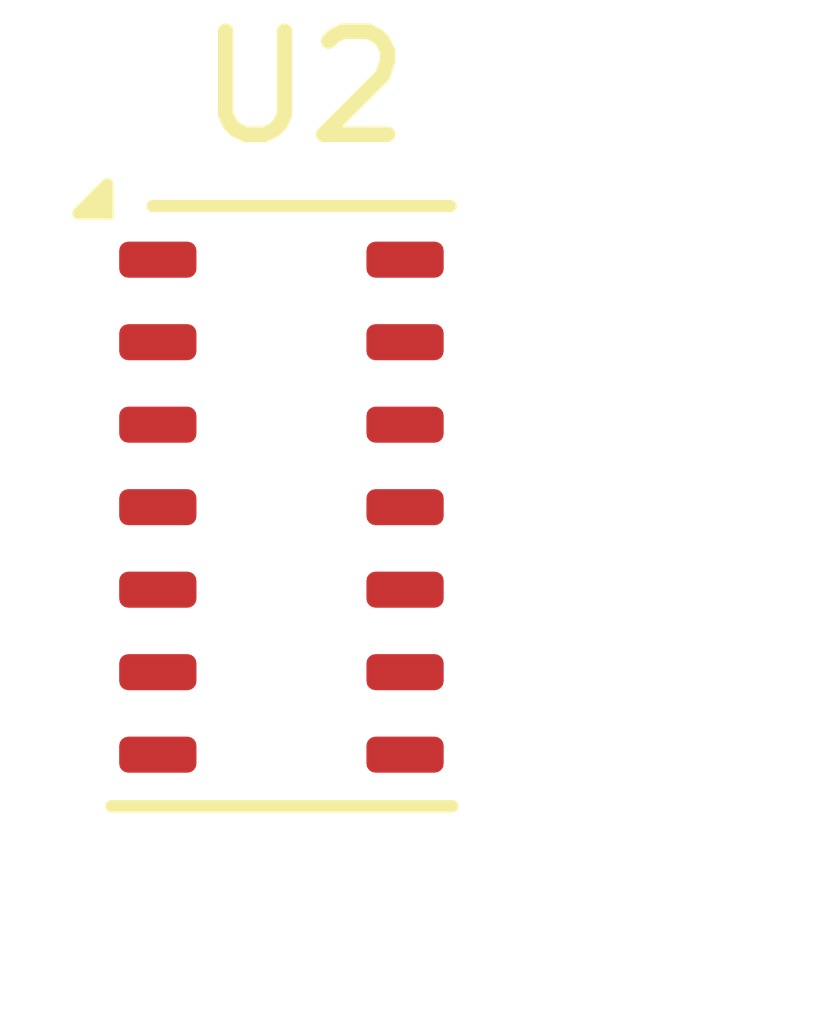
<source format=kicad_pcb>
(kicad_pcb (version 20240108) (generator "pcbnew") (generator_version "8.0")
  (layers (0 "F.Cu" signal) (31 "B.Cu" signal) (34 "B.Paste" user) (35 "F.Paste" user) (36 "B.SilkS" user "B.Silkscreen") (37 "F.SilkS" user "F.Silkscreen") (38 "B.Mask" user) (39 "F.Mask" user) (44 "Edge.Cuts" user))
  (net 0 "")
  (net 3 "Net-(U2-SDA)")
  (net 4 "Net-(U2-VLED+-Pad10)")
  (net 5 "Net-(U2-GND)")
  (net 10 "Net-(U2-SCL)")
  (footprint "OptoDevice:Maxim_OLGA-14_3.3x5.6mm_P0.8mm" (layer "F.Cu") (at 113.3 67.1)
    (property "Reference" "U2" (at 0.22 -4.07 0) (layer "F.SilkS"))
    (property "Value" "MAX30102")
    (fp_line (start -1.25 -2.92) (end 1.64 -2.92) (stroke (width 0.12)) (layer "F.SilkS"))
    (fp_line (start 1.66 2.9) (end -1.65 2.9) (stroke (width 0.12)) (layer "F.SilkS"))
    (fp_poly (pts (xy -1.69 -2.85) (xy -1.97 -2.85) (xy -1.69 -3.13) (xy -1.69 -2.85)) (stroke (width 0.12)) (fill solid) (layer "F.SilkS"))
    (pad "1" smd roundrect (at -1.2 -2.4) (size 0.75 0.35) (layers "F.Cu" "F.Paste" "F.Mask"))
    (pad "2" smd roundrect (at -1.2 -1.6) (size 0.75 0.35) (layers "F.Cu" "F.Paste" "F.Mask") (net 10 "Net-(U2-SCL)"))
    (pad "3" smd roundrect (at -1.2 -0.8) (size 0.75 0.35) (layers "F.Cu" "F.Paste" "F.Mask") (net 3 "Net-(U2-SDA)"))
    (pad "4" smd roundrect (at -1.2 0) (size 0.75 0.35) (layers "F.Cu" "F.Paste" "F.Mask"))
    (pad "5" smd roundrect (at -1.2 0.8) (size 0.75 0.35) (layers "F.Cu" "F.Paste" "F.Mask"))
    (pad "6" smd roundrect (at -1.2 1.6) (size 0.75 0.35) (layers "F.Cu" "F.Paste" "F.Mask"))
    (pad "7" smd roundrect (at -1.2 2.4) (size 0.75 0.35) (layers "F.Cu" "F.Paste" "F.Mask"))
    (pad "8" smd roundrect (at 1.2 2.4) (size 0.75 0.35) (layers "F.Cu" "F.Paste" "F.Mask"))
    (pad "9" smd roundrect (at 1.2 1.6) (size 0.75 0.35) (layers "F.Cu" "F.Paste" "F.Mask") (net 4 "Net-(U2-VLED+-Pad10)"))
    (pad "10" smd roundrect (at 1.2 0.8) (size 0.75 0.35) (layers "F.Cu" "F.Paste" "F.Mask") (net 4 "Net-(U2-VLED+-Pad10)"))
    (pad "11" smd roundrect (at 1.2 0) (size 0.75 0.35) (layers "F.Cu" "F.Paste" "F.Mask"))
    (pad "12" smd roundrect (at 1.2 -0.8) (size 0.75 0.35) (layers "F.Cu" "F.Paste" "F.Mask") (net 5 "Net-(U2-GND)"))
    (pad "13" smd roundrect (at 1.2 -1.6) (size 0.75 0.35) (layers "F.Cu" "F.Paste" "F.Mask"))
    (pad "14" smd roundrect (at 1.2 -2.4) (size 0.75 0.35) (layers "F.Cu" "F.Paste" "F.Mask"))
  )
)
</source>
